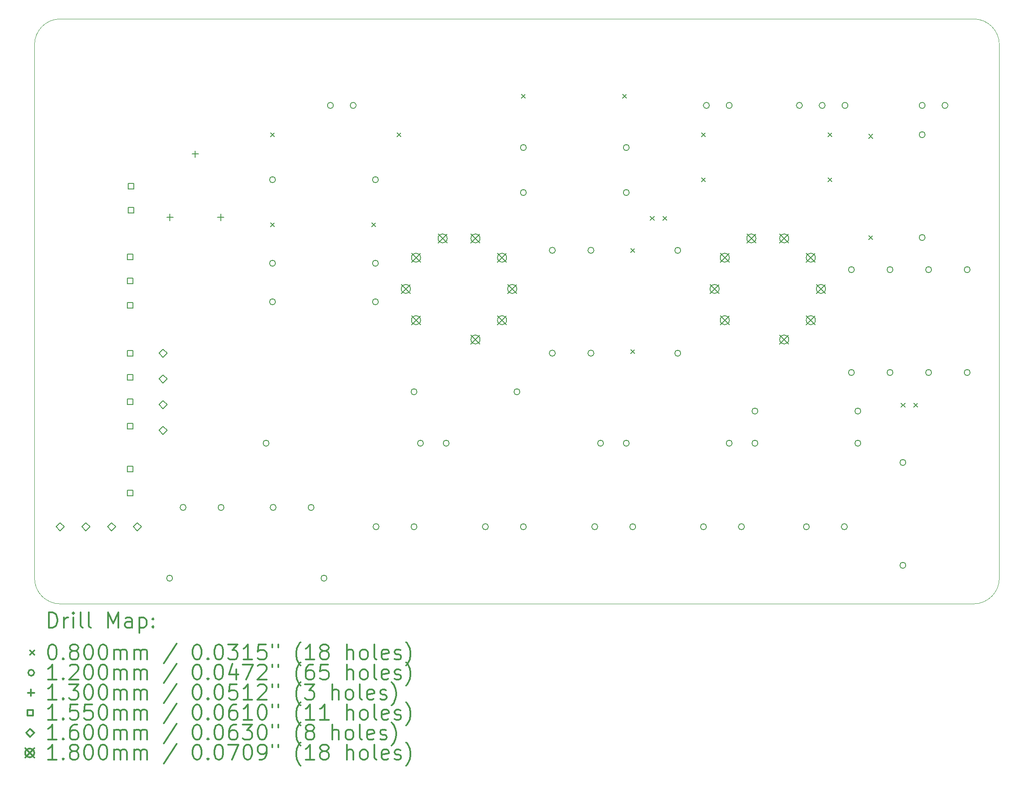
<source format=gbr>
%FSLAX45Y45*%
G04 Gerber Fmt 4.5, Leading zero omitted, Abs format (unit mm)*
G04 Created by KiCad (PCBNEW 5.1.10-88a1d61d58~90~ubuntu20.04.1) date 2021-08-18 14:00:24*
%MOMM*%
%LPD*%
G01*
G04 APERTURE LIST*
%TA.AperFunction,Profile*%
%ADD10C,0.100000*%
%TD*%
%ADD11C,0.200000*%
%ADD12C,0.300000*%
G04 APERTURE END LIST*
D10*
X18034000Y-13589000D02*
G75*
G02*
X17526000Y-14097000I-508000J0D01*
G01*
X17526000Y-2540000D02*
G75*
G02*
X18034000Y-3048000I0J-508000D01*
G01*
X-508000Y-14097000D02*
G75*
G02*
X-1016000Y-13589000I0J508000D01*
G01*
X-1016000Y-3048000D02*
G75*
G02*
X-508000Y-2540000I508000J0D01*
G01*
X18034000Y-3048000D02*
X18034000Y-3048000D01*
X-508000Y-2540000D02*
X17526000Y-2540000D01*
X-1016000Y-3048000D02*
X-1016000Y-3048000D01*
X-1016000Y-13589000D02*
X-1016000Y-3048000D01*
X17526000Y-14097000D02*
X-508000Y-14097000D01*
X18034000Y-3048000D02*
X18034000Y-13589000D01*
D11*
X3643000Y-4786000D02*
X3723000Y-4866000D01*
X3723000Y-4786000D02*
X3643000Y-4866000D01*
X3643000Y-6564000D02*
X3723000Y-6644000D01*
X3723000Y-6564000D02*
X3643000Y-6644000D01*
X5643000Y-6564000D02*
X5723000Y-6644000D01*
X5723000Y-6564000D02*
X5643000Y-6644000D01*
X6143000Y-4786000D02*
X6223000Y-4866000D01*
X6223000Y-4786000D02*
X6143000Y-4866000D01*
X8596000Y-4024000D02*
X8676000Y-4104000D01*
X8676000Y-4024000D02*
X8596000Y-4104000D01*
X10596000Y-4024000D02*
X10676000Y-4104000D01*
X10676000Y-4024000D02*
X10596000Y-4104000D01*
X10755000Y-7072000D02*
X10835000Y-7152000D01*
X10835000Y-7072000D02*
X10755000Y-7152000D01*
X10755000Y-9072000D02*
X10835000Y-9152000D01*
X10835000Y-9072000D02*
X10755000Y-9152000D01*
X11140000Y-6437000D02*
X11220000Y-6517000D01*
X11220000Y-6437000D02*
X11140000Y-6517000D01*
X11390000Y-6437000D02*
X11470000Y-6517000D01*
X11470000Y-6437000D02*
X11390000Y-6517000D01*
X12152000Y-4786000D02*
X12232000Y-4866000D01*
X12232000Y-4786000D02*
X12152000Y-4866000D01*
X12152000Y-5675000D02*
X12232000Y-5755000D01*
X12232000Y-5675000D02*
X12152000Y-5755000D01*
X14652000Y-4786000D02*
X14732000Y-4866000D01*
X14732000Y-4786000D02*
X14652000Y-4866000D01*
X14652000Y-5675000D02*
X14732000Y-5755000D01*
X14732000Y-5675000D02*
X14652000Y-5755000D01*
X15454000Y-4818000D02*
X15534000Y-4898000D01*
X15534000Y-4818000D02*
X15454000Y-4898000D01*
X15454000Y-6818000D02*
X15534000Y-6898000D01*
X15534000Y-6818000D02*
X15454000Y-6898000D01*
X16093000Y-10132700D02*
X16173000Y-10212700D01*
X16173000Y-10132700D02*
X16093000Y-10212700D01*
X16343000Y-10132700D02*
X16423000Y-10212700D01*
X16423000Y-10132700D02*
X16343000Y-10212700D01*
X1711000Y-13589000D02*
G75*
G03*
X1711000Y-13589000I-60000J0D01*
G01*
X1977000Y-12192000D02*
G75*
G03*
X1977000Y-12192000I-60000J0D01*
G01*
X2727000Y-12192000D02*
G75*
G03*
X2727000Y-12192000I-60000J0D01*
G01*
X3616000Y-10922000D02*
G75*
G03*
X3616000Y-10922000I-60000J0D01*
G01*
X3743000Y-5715000D02*
G75*
G03*
X3743000Y-5715000I-60000J0D01*
G01*
X3743000Y-7366000D02*
G75*
G03*
X3743000Y-7366000I-60000J0D01*
G01*
X3743000Y-8128000D02*
G75*
G03*
X3743000Y-8128000I-60000J0D01*
G01*
X3755000Y-12192000D02*
G75*
G03*
X3755000Y-12192000I-60000J0D01*
G01*
X4505000Y-12192000D02*
G75*
G03*
X4505000Y-12192000I-60000J0D01*
G01*
X4759000Y-13589000D02*
G75*
G03*
X4759000Y-13589000I-60000J0D01*
G01*
X4886000Y-4248000D02*
G75*
G03*
X4886000Y-4248000I-60000J0D01*
G01*
X5336000Y-4248000D02*
G75*
G03*
X5336000Y-4248000I-60000J0D01*
G01*
X5775000Y-5715000D02*
G75*
G03*
X5775000Y-5715000I-60000J0D01*
G01*
X5775000Y-7366000D02*
G75*
G03*
X5775000Y-7366000I-60000J0D01*
G01*
X5775000Y-8128000D02*
G75*
G03*
X5775000Y-8128000I-60000J0D01*
G01*
X5787000Y-12573000D02*
G75*
G03*
X5787000Y-12573000I-60000J0D01*
G01*
X6537000Y-9906000D02*
G75*
G03*
X6537000Y-9906000I-60000J0D01*
G01*
X6537000Y-12573000D02*
G75*
G03*
X6537000Y-12573000I-60000J0D01*
G01*
X6664000Y-10922000D02*
G75*
G03*
X6664000Y-10922000I-60000J0D01*
G01*
X7172000Y-10922000D02*
G75*
G03*
X7172000Y-10922000I-60000J0D01*
G01*
X7946000Y-12573000D02*
G75*
G03*
X7946000Y-12573000I-60000J0D01*
G01*
X8569000Y-9906000D02*
G75*
G03*
X8569000Y-9906000I-60000J0D01*
G01*
X8696000Y-5080000D02*
G75*
G03*
X8696000Y-5080000I-60000J0D01*
G01*
X8696000Y-5969000D02*
G75*
G03*
X8696000Y-5969000I-60000J0D01*
G01*
X8696000Y-12573000D02*
G75*
G03*
X8696000Y-12573000I-60000J0D01*
G01*
X9267500Y-7112000D02*
G75*
G03*
X9267500Y-7112000I-60000J0D01*
G01*
X9267500Y-9144000D02*
G75*
G03*
X9267500Y-9144000I-60000J0D01*
G01*
X10029500Y-7112000D02*
G75*
G03*
X10029500Y-7112000I-60000J0D01*
G01*
X10029500Y-9144000D02*
G75*
G03*
X10029500Y-9144000I-60000J0D01*
G01*
X10105000Y-12573000D02*
G75*
G03*
X10105000Y-12573000I-60000J0D01*
G01*
X10220000Y-10922000D02*
G75*
G03*
X10220000Y-10922000I-60000J0D01*
G01*
X10728000Y-5080000D02*
G75*
G03*
X10728000Y-5080000I-60000J0D01*
G01*
X10728000Y-5969000D02*
G75*
G03*
X10728000Y-5969000I-60000J0D01*
G01*
X10728000Y-10922000D02*
G75*
G03*
X10728000Y-10922000I-60000J0D01*
G01*
X10855000Y-12573000D02*
G75*
G03*
X10855000Y-12573000I-60000J0D01*
G01*
X11744000Y-7112000D02*
G75*
G03*
X11744000Y-7112000I-60000J0D01*
G01*
X11744000Y-9144000D02*
G75*
G03*
X11744000Y-9144000I-60000J0D01*
G01*
X12252000Y-12573000D02*
G75*
G03*
X12252000Y-12573000I-60000J0D01*
G01*
X12310000Y-4248000D02*
G75*
G03*
X12310000Y-4248000I-60000J0D01*
G01*
X12760000Y-4248000D02*
G75*
G03*
X12760000Y-4248000I-60000J0D01*
G01*
X12760000Y-10922000D02*
G75*
G03*
X12760000Y-10922000I-60000J0D01*
G01*
X13002000Y-12573000D02*
G75*
G03*
X13002000Y-12573000I-60000J0D01*
G01*
X13268000Y-10287000D02*
G75*
G03*
X13268000Y-10287000I-60000J0D01*
G01*
X13268000Y-10922000D02*
G75*
G03*
X13268000Y-10922000I-60000J0D01*
G01*
X14146000Y-4248000D02*
G75*
G03*
X14146000Y-4248000I-60000J0D01*
G01*
X14284000Y-12573000D02*
G75*
G03*
X14284000Y-12573000I-60000J0D01*
G01*
X14596000Y-4248000D02*
G75*
G03*
X14596000Y-4248000I-60000J0D01*
G01*
X15034000Y-12573000D02*
G75*
G03*
X15034000Y-12573000I-60000J0D01*
G01*
X15046000Y-4248000D02*
G75*
G03*
X15046000Y-4248000I-60000J0D01*
G01*
X15173000Y-7493000D02*
G75*
G03*
X15173000Y-7493000I-60000J0D01*
G01*
X15173000Y-9525000D02*
G75*
G03*
X15173000Y-9525000I-60000J0D01*
G01*
X15300000Y-10287000D02*
G75*
G03*
X15300000Y-10287000I-60000J0D01*
G01*
X15300000Y-10922000D02*
G75*
G03*
X15300000Y-10922000I-60000J0D01*
G01*
X15935000Y-7493000D02*
G75*
G03*
X15935000Y-7493000I-60000J0D01*
G01*
X15935000Y-9525000D02*
G75*
G03*
X15935000Y-9525000I-60000J0D01*
G01*
X16189000Y-11303000D02*
G75*
G03*
X16189000Y-11303000I-60000J0D01*
G01*
X16189000Y-13335000D02*
G75*
G03*
X16189000Y-13335000I-60000J0D01*
G01*
X16570000Y-4248000D02*
G75*
G03*
X16570000Y-4248000I-60000J0D01*
G01*
X16570000Y-4826000D02*
G75*
G03*
X16570000Y-4826000I-60000J0D01*
G01*
X16570000Y-6858000D02*
G75*
G03*
X16570000Y-6858000I-60000J0D01*
G01*
X16697000Y-7493000D02*
G75*
G03*
X16697000Y-7493000I-60000J0D01*
G01*
X16697000Y-9525000D02*
G75*
G03*
X16697000Y-9525000I-60000J0D01*
G01*
X17020000Y-4248000D02*
G75*
G03*
X17020000Y-4248000I-60000J0D01*
G01*
X17459000Y-7493000D02*
G75*
G03*
X17459000Y-7493000I-60000J0D01*
G01*
X17459000Y-9525000D02*
G75*
G03*
X17459000Y-9525000I-60000J0D01*
G01*
X1659000Y-6392000D02*
X1659000Y-6522000D01*
X1594000Y-6457000D02*
X1724000Y-6457000D01*
X2159000Y-5142000D02*
X2159000Y-5272000D01*
X2094000Y-5207000D02*
X2224000Y-5207000D01*
X2659000Y-6392000D02*
X2659000Y-6522000D01*
X2594000Y-6457000D02*
X2724000Y-6457000D01*
X926801Y-7293801D02*
X926801Y-7184199D01*
X817199Y-7184199D01*
X817199Y-7293801D01*
X926801Y-7293801D01*
X926801Y-7773801D02*
X926801Y-7664199D01*
X817199Y-7664199D01*
X817199Y-7773801D01*
X926801Y-7773801D01*
X926801Y-8253801D02*
X926801Y-8144199D01*
X817199Y-8144199D01*
X817199Y-8253801D01*
X926801Y-8253801D01*
X926801Y-9198801D02*
X926801Y-9089199D01*
X817199Y-9089199D01*
X817199Y-9198801D01*
X926801Y-9198801D01*
X926801Y-9678801D02*
X926801Y-9569199D01*
X817199Y-9569199D01*
X817199Y-9678801D01*
X926801Y-9678801D01*
X926801Y-10158801D02*
X926801Y-10049199D01*
X817199Y-10049199D01*
X817199Y-10158801D01*
X926801Y-10158801D01*
X926801Y-10638801D02*
X926801Y-10529199D01*
X817199Y-10529199D01*
X817199Y-10638801D01*
X926801Y-10638801D01*
X926801Y-11484801D02*
X926801Y-11375199D01*
X817199Y-11375199D01*
X817199Y-11484801D01*
X926801Y-11484801D01*
X926801Y-11964801D02*
X926801Y-11855199D01*
X817199Y-11855199D01*
X817199Y-11964801D01*
X926801Y-11964801D01*
X943801Y-5896801D02*
X943801Y-5787199D01*
X834199Y-5787199D01*
X834199Y-5896801D01*
X943801Y-5896801D01*
X943801Y-6376801D02*
X943801Y-6267199D01*
X834199Y-6267199D01*
X834199Y-6376801D01*
X943801Y-6376801D01*
X-508000Y-12653000D02*
X-428000Y-12573000D01*
X-508000Y-12493000D01*
X-588000Y-12573000D01*
X-508000Y-12653000D01*
X0Y-12653000D02*
X80000Y-12573000D01*
X0Y-12493000D01*
X-80000Y-12573000D01*
X0Y-12653000D01*
X508000Y-12653000D02*
X588000Y-12573000D01*
X508000Y-12493000D01*
X428000Y-12573000D01*
X508000Y-12653000D01*
X1016000Y-12653000D02*
X1096000Y-12573000D01*
X1016000Y-12493000D01*
X936000Y-12573000D01*
X1016000Y-12653000D01*
X1524000Y-9224000D02*
X1604000Y-9144000D01*
X1524000Y-9064000D01*
X1444000Y-9144000D01*
X1524000Y-9224000D01*
X1524000Y-9732000D02*
X1604000Y-9652000D01*
X1524000Y-9572000D01*
X1444000Y-9652000D01*
X1524000Y-9732000D01*
X1524000Y-10240000D02*
X1604000Y-10160000D01*
X1524000Y-10080000D01*
X1444000Y-10160000D01*
X1524000Y-10240000D01*
X1524000Y-10748000D02*
X1604000Y-10668000D01*
X1524000Y-10588000D01*
X1444000Y-10668000D01*
X1524000Y-10748000D01*
X6226000Y-7784000D02*
X6406000Y-7964000D01*
X6406000Y-7784000D02*
X6226000Y-7964000D01*
X6406000Y-7874000D02*
G75*
G03*
X6406000Y-7874000I-90000J0D01*
G01*
X6426532Y-7166825D02*
X6606532Y-7346825D01*
X6606532Y-7166825D02*
X6426532Y-7346825D01*
X6606532Y-7256825D02*
G75*
G03*
X6606532Y-7256825I-90000J0D01*
G01*
X6426532Y-8401175D02*
X6606532Y-8581175D01*
X6606532Y-8401175D02*
X6426532Y-8581175D01*
X6606532Y-8491175D02*
G75*
G03*
X6606532Y-8491175I-90000J0D01*
G01*
X6951532Y-6785391D02*
X7131532Y-6965391D01*
X7131532Y-6785391D02*
X6951532Y-6965391D01*
X7131532Y-6875391D02*
G75*
G03*
X7131532Y-6875391I-90000J0D01*
G01*
X7600468Y-6785391D02*
X7780468Y-6965391D01*
X7780468Y-6785391D02*
X7600468Y-6965391D01*
X7780468Y-6875391D02*
G75*
G03*
X7780468Y-6875391I-90000J0D01*
G01*
X7600468Y-8782609D02*
X7780468Y-8962609D01*
X7780468Y-8782609D02*
X7600468Y-8962609D01*
X7780468Y-8872609D02*
G75*
G03*
X7780468Y-8872609I-90000J0D01*
G01*
X8125468Y-7166825D02*
X8305468Y-7346825D01*
X8305468Y-7166825D02*
X8125468Y-7346825D01*
X8305468Y-7256825D02*
G75*
G03*
X8305468Y-7256825I-90000J0D01*
G01*
X8125468Y-8401175D02*
X8305468Y-8581175D01*
X8305468Y-8401175D02*
X8125468Y-8581175D01*
X8305468Y-8491175D02*
G75*
G03*
X8305468Y-8491175I-90000J0D01*
G01*
X8326000Y-7784000D02*
X8506000Y-7964000D01*
X8506000Y-7784000D02*
X8326000Y-7964000D01*
X8506000Y-7874000D02*
G75*
G03*
X8506000Y-7874000I-90000J0D01*
G01*
X12322000Y-7784000D02*
X12502000Y-7964000D01*
X12502000Y-7784000D02*
X12322000Y-7964000D01*
X12502000Y-7874000D02*
G75*
G03*
X12502000Y-7874000I-90000J0D01*
G01*
X12522532Y-7166825D02*
X12702532Y-7346825D01*
X12702532Y-7166825D02*
X12522532Y-7346825D01*
X12702532Y-7256825D02*
G75*
G03*
X12702532Y-7256825I-90000J0D01*
G01*
X12522532Y-8401175D02*
X12702532Y-8581175D01*
X12702532Y-8401175D02*
X12522532Y-8581175D01*
X12702532Y-8491175D02*
G75*
G03*
X12702532Y-8491175I-90000J0D01*
G01*
X13047532Y-6785391D02*
X13227532Y-6965391D01*
X13227532Y-6785391D02*
X13047532Y-6965391D01*
X13227532Y-6875391D02*
G75*
G03*
X13227532Y-6875391I-90000J0D01*
G01*
X13696468Y-6785391D02*
X13876468Y-6965391D01*
X13876468Y-6785391D02*
X13696468Y-6965391D01*
X13876468Y-6875391D02*
G75*
G03*
X13876468Y-6875391I-90000J0D01*
G01*
X13696468Y-8782609D02*
X13876468Y-8962609D01*
X13876468Y-8782609D02*
X13696468Y-8962609D01*
X13876468Y-8872609D02*
G75*
G03*
X13876468Y-8872609I-90000J0D01*
G01*
X14221468Y-7166825D02*
X14401468Y-7346825D01*
X14401468Y-7166825D02*
X14221468Y-7346825D01*
X14401468Y-7256825D02*
G75*
G03*
X14401468Y-7256825I-90000J0D01*
G01*
X14221468Y-8401175D02*
X14401468Y-8581175D01*
X14401468Y-8401175D02*
X14221468Y-8581175D01*
X14401468Y-8491175D02*
G75*
G03*
X14401468Y-8491175I-90000J0D01*
G01*
X14422000Y-7784000D02*
X14602000Y-7964000D01*
X14602000Y-7784000D02*
X14422000Y-7964000D01*
X14602000Y-7874000D02*
G75*
G03*
X14602000Y-7874000I-90000J0D01*
G01*
D12*
X-734571Y-14567714D02*
X-734571Y-14267714D01*
X-663143Y-14267714D01*
X-620286Y-14282000D01*
X-591714Y-14310571D01*
X-577429Y-14339143D01*
X-563143Y-14396286D01*
X-563143Y-14439143D01*
X-577429Y-14496286D01*
X-591714Y-14524857D01*
X-620286Y-14553429D01*
X-663143Y-14567714D01*
X-734571Y-14567714D01*
X-434571Y-14567714D02*
X-434571Y-14367714D01*
X-434571Y-14424857D02*
X-420286Y-14396286D01*
X-406000Y-14382000D01*
X-377429Y-14367714D01*
X-348857Y-14367714D01*
X-248857Y-14567714D02*
X-248857Y-14367714D01*
X-248857Y-14267714D02*
X-263143Y-14282000D01*
X-248857Y-14296286D01*
X-234571Y-14282000D01*
X-248857Y-14267714D01*
X-248857Y-14296286D01*
X-63143Y-14567714D02*
X-91714Y-14553429D01*
X-106000Y-14524857D01*
X-106000Y-14267714D01*
X94000Y-14567714D02*
X65428Y-14553429D01*
X51143Y-14524857D01*
X51143Y-14267714D01*
X436857Y-14567714D02*
X436857Y-14267714D01*
X536857Y-14482000D01*
X636857Y-14267714D01*
X636857Y-14567714D01*
X908286Y-14567714D02*
X908286Y-14410571D01*
X894000Y-14382000D01*
X865428Y-14367714D01*
X808286Y-14367714D01*
X779714Y-14382000D01*
X908286Y-14553429D02*
X879714Y-14567714D01*
X808286Y-14567714D01*
X779714Y-14553429D01*
X765428Y-14524857D01*
X765428Y-14496286D01*
X779714Y-14467714D01*
X808286Y-14453429D01*
X879714Y-14453429D01*
X908286Y-14439143D01*
X1051143Y-14367714D02*
X1051143Y-14667714D01*
X1051143Y-14382000D02*
X1079714Y-14367714D01*
X1136857Y-14367714D01*
X1165428Y-14382000D01*
X1179714Y-14396286D01*
X1194000Y-14424857D01*
X1194000Y-14510571D01*
X1179714Y-14539143D01*
X1165428Y-14553429D01*
X1136857Y-14567714D01*
X1079714Y-14567714D01*
X1051143Y-14553429D01*
X1322571Y-14539143D02*
X1336857Y-14553429D01*
X1322571Y-14567714D01*
X1308286Y-14553429D01*
X1322571Y-14539143D01*
X1322571Y-14567714D01*
X1322571Y-14382000D02*
X1336857Y-14396286D01*
X1322571Y-14410571D01*
X1308286Y-14396286D01*
X1322571Y-14382000D01*
X1322571Y-14410571D01*
X-1101000Y-15022000D02*
X-1021000Y-15102000D01*
X-1021000Y-15022000D02*
X-1101000Y-15102000D01*
X-677429Y-14897714D02*
X-648857Y-14897714D01*
X-620286Y-14912000D01*
X-606000Y-14926286D01*
X-591714Y-14954857D01*
X-577429Y-15012000D01*
X-577429Y-15083429D01*
X-591714Y-15140571D01*
X-606000Y-15169143D01*
X-620286Y-15183429D01*
X-648857Y-15197714D01*
X-677429Y-15197714D01*
X-706000Y-15183429D01*
X-720286Y-15169143D01*
X-734571Y-15140571D01*
X-748857Y-15083429D01*
X-748857Y-15012000D01*
X-734571Y-14954857D01*
X-720286Y-14926286D01*
X-706000Y-14912000D01*
X-677429Y-14897714D01*
X-448857Y-15169143D02*
X-434571Y-15183429D01*
X-448857Y-15197714D01*
X-463143Y-15183429D01*
X-448857Y-15169143D01*
X-448857Y-15197714D01*
X-263143Y-15026286D02*
X-291714Y-15012000D01*
X-306000Y-14997714D01*
X-320286Y-14969143D01*
X-320286Y-14954857D01*
X-306000Y-14926286D01*
X-291714Y-14912000D01*
X-263143Y-14897714D01*
X-206000Y-14897714D01*
X-177429Y-14912000D01*
X-163143Y-14926286D01*
X-148857Y-14954857D01*
X-148857Y-14969143D01*
X-163143Y-14997714D01*
X-177429Y-15012000D01*
X-206000Y-15026286D01*
X-263143Y-15026286D01*
X-291714Y-15040571D01*
X-306000Y-15054857D01*
X-320286Y-15083429D01*
X-320286Y-15140571D01*
X-306000Y-15169143D01*
X-291714Y-15183429D01*
X-263143Y-15197714D01*
X-206000Y-15197714D01*
X-177429Y-15183429D01*
X-163143Y-15169143D01*
X-148857Y-15140571D01*
X-148857Y-15083429D01*
X-163143Y-15054857D01*
X-177429Y-15040571D01*
X-206000Y-15026286D01*
X36857Y-14897714D02*
X65428Y-14897714D01*
X94000Y-14912000D01*
X108286Y-14926286D01*
X122571Y-14954857D01*
X136857Y-15012000D01*
X136857Y-15083429D01*
X122571Y-15140571D01*
X108286Y-15169143D01*
X94000Y-15183429D01*
X65428Y-15197714D01*
X36857Y-15197714D01*
X8286Y-15183429D01*
X-6000Y-15169143D01*
X-20286Y-15140571D01*
X-34572Y-15083429D01*
X-34572Y-15012000D01*
X-20286Y-14954857D01*
X-6000Y-14926286D01*
X8286Y-14912000D01*
X36857Y-14897714D01*
X322571Y-14897714D02*
X351143Y-14897714D01*
X379714Y-14912000D01*
X394000Y-14926286D01*
X408286Y-14954857D01*
X422571Y-15012000D01*
X422571Y-15083429D01*
X408286Y-15140571D01*
X394000Y-15169143D01*
X379714Y-15183429D01*
X351143Y-15197714D01*
X322571Y-15197714D01*
X294000Y-15183429D01*
X279714Y-15169143D01*
X265428Y-15140571D01*
X251143Y-15083429D01*
X251143Y-15012000D01*
X265428Y-14954857D01*
X279714Y-14926286D01*
X294000Y-14912000D01*
X322571Y-14897714D01*
X551143Y-15197714D02*
X551143Y-14997714D01*
X551143Y-15026286D02*
X565428Y-15012000D01*
X594000Y-14997714D01*
X636857Y-14997714D01*
X665428Y-15012000D01*
X679714Y-15040571D01*
X679714Y-15197714D01*
X679714Y-15040571D02*
X694000Y-15012000D01*
X722571Y-14997714D01*
X765428Y-14997714D01*
X794000Y-15012000D01*
X808286Y-15040571D01*
X808286Y-15197714D01*
X951143Y-15197714D02*
X951143Y-14997714D01*
X951143Y-15026286D02*
X965428Y-15012000D01*
X994000Y-14997714D01*
X1036857Y-14997714D01*
X1065428Y-15012000D01*
X1079714Y-15040571D01*
X1079714Y-15197714D01*
X1079714Y-15040571D02*
X1094000Y-15012000D01*
X1122571Y-14997714D01*
X1165428Y-14997714D01*
X1194000Y-15012000D01*
X1208286Y-15040571D01*
X1208286Y-15197714D01*
X1794000Y-14883429D02*
X1536857Y-15269143D01*
X2179714Y-14897714D02*
X2208286Y-14897714D01*
X2236857Y-14912000D01*
X2251143Y-14926286D01*
X2265428Y-14954857D01*
X2279714Y-15012000D01*
X2279714Y-15083429D01*
X2265428Y-15140571D01*
X2251143Y-15169143D01*
X2236857Y-15183429D01*
X2208286Y-15197714D01*
X2179714Y-15197714D01*
X2151143Y-15183429D01*
X2136857Y-15169143D01*
X2122571Y-15140571D01*
X2108286Y-15083429D01*
X2108286Y-15012000D01*
X2122571Y-14954857D01*
X2136857Y-14926286D01*
X2151143Y-14912000D01*
X2179714Y-14897714D01*
X2408286Y-15169143D02*
X2422571Y-15183429D01*
X2408286Y-15197714D01*
X2394000Y-15183429D01*
X2408286Y-15169143D01*
X2408286Y-15197714D01*
X2608286Y-14897714D02*
X2636857Y-14897714D01*
X2665428Y-14912000D01*
X2679714Y-14926286D01*
X2694000Y-14954857D01*
X2708286Y-15012000D01*
X2708286Y-15083429D01*
X2694000Y-15140571D01*
X2679714Y-15169143D01*
X2665428Y-15183429D01*
X2636857Y-15197714D01*
X2608286Y-15197714D01*
X2579714Y-15183429D01*
X2565428Y-15169143D01*
X2551143Y-15140571D01*
X2536857Y-15083429D01*
X2536857Y-15012000D01*
X2551143Y-14954857D01*
X2565428Y-14926286D01*
X2579714Y-14912000D01*
X2608286Y-14897714D01*
X2808286Y-14897714D02*
X2994000Y-14897714D01*
X2894000Y-15012000D01*
X2936857Y-15012000D01*
X2965428Y-15026286D01*
X2979714Y-15040571D01*
X2994000Y-15069143D01*
X2994000Y-15140571D01*
X2979714Y-15169143D01*
X2965428Y-15183429D01*
X2936857Y-15197714D01*
X2851143Y-15197714D01*
X2822571Y-15183429D01*
X2808286Y-15169143D01*
X3279714Y-15197714D02*
X3108286Y-15197714D01*
X3194000Y-15197714D02*
X3194000Y-14897714D01*
X3165428Y-14940571D01*
X3136857Y-14969143D01*
X3108286Y-14983429D01*
X3551143Y-14897714D02*
X3408286Y-14897714D01*
X3394000Y-15040571D01*
X3408286Y-15026286D01*
X3436857Y-15012000D01*
X3508286Y-15012000D01*
X3536857Y-15026286D01*
X3551143Y-15040571D01*
X3565428Y-15069143D01*
X3565428Y-15140571D01*
X3551143Y-15169143D01*
X3536857Y-15183429D01*
X3508286Y-15197714D01*
X3436857Y-15197714D01*
X3408286Y-15183429D01*
X3394000Y-15169143D01*
X3679714Y-14897714D02*
X3679714Y-14954857D01*
X3794000Y-14897714D02*
X3794000Y-14954857D01*
X4236857Y-15312000D02*
X4222571Y-15297714D01*
X4194000Y-15254857D01*
X4179714Y-15226286D01*
X4165428Y-15183429D01*
X4151143Y-15112000D01*
X4151143Y-15054857D01*
X4165428Y-14983429D01*
X4179714Y-14940571D01*
X4194000Y-14912000D01*
X4222571Y-14869143D01*
X4236857Y-14854857D01*
X4508286Y-15197714D02*
X4336857Y-15197714D01*
X4422571Y-15197714D02*
X4422571Y-14897714D01*
X4394000Y-14940571D01*
X4365428Y-14969143D01*
X4336857Y-14983429D01*
X4679714Y-15026286D02*
X4651143Y-15012000D01*
X4636857Y-14997714D01*
X4622571Y-14969143D01*
X4622571Y-14954857D01*
X4636857Y-14926286D01*
X4651143Y-14912000D01*
X4679714Y-14897714D01*
X4736857Y-14897714D01*
X4765428Y-14912000D01*
X4779714Y-14926286D01*
X4794000Y-14954857D01*
X4794000Y-14969143D01*
X4779714Y-14997714D01*
X4765428Y-15012000D01*
X4736857Y-15026286D01*
X4679714Y-15026286D01*
X4651143Y-15040571D01*
X4636857Y-15054857D01*
X4622571Y-15083429D01*
X4622571Y-15140571D01*
X4636857Y-15169143D01*
X4651143Y-15183429D01*
X4679714Y-15197714D01*
X4736857Y-15197714D01*
X4765428Y-15183429D01*
X4779714Y-15169143D01*
X4794000Y-15140571D01*
X4794000Y-15083429D01*
X4779714Y-15054857D01*
X4765428Y-15040571D01*
X4736857Y-15026286D01*
X5151143Y-15197714D02*
X5151143Y-14897714D01*
X5279714Y-15197714D02*
X5279714Y-15040571D01*
X5265428Y-15012000D01*
X5236857Y-14997714D01*
X5194000Y-14997714D01*
X5165428Y-15012000D01*
X5151143Y-15026286D01*
X5465428Y-15197714D02*
X5436857Y-15183429D01*
X5422571Y-15169143D01*
X5408286Y-15140571D01*
X5408286Y-15054857D01*
X5422571Y-15026286D01*
X5436857Y-15012000D01*
X5465428Y-14997714D01*
X5508286Y-14997714D01*
X5536857Y-15012000D01*
X5551143Y-15026286D01*
X5565428Y-15054857D01*
X5565428Y-15140571D01*
X5551143Y-15169143D01*
X5536857Y-15183429D01*
X5508286Y-15197714D01*
X5465428Y-15197714D01*
X5736857Y-15197714D02*
X5708286Y-15183429D01*
X5694000Y-15154857D01*
X5694000Y-14897714D01*
X5965428Y-15183429D02*
X5936857Y-15197714D01*
X5879714Y-15197714D01*
X5851143Y-15183429D01*
X5836857Y-15154857D01*
X5836857Y-15040571D01*
X5851143Y-15012000D01*
X5879714Y-14997714D01*
X5936857Y-14997714D01*
X5965428Y-15012000D01*
X5979714Y-15040571D01*
X5979714Y-15069143D01*
X5836857Y-15097714D01*
X6094000Y-15183429D02*
X6122571Y-15197714D01*
X6179714Y-15197714D01*
X6208286Y-15183429D01*
X6222571Y-15154857D01*
X6222571Y-15140571D01*
X6208286Y-15112000D01*
X6179714Y-15097714D01*
X6136857Y-15097714D01*
X6108286Y-15083429D01*
X6094000Y-15054857D01*
X6094000Y-15040571D01*
X6108286Y-15012000D01*
X6136857Y-14997714D01*
X6179714Y-14997714D01*
X6208286Y-15012000D01*
X6322571Y-15312000D02*
X6336857Y-15297714D01*
X6365428Y-15254857D01*
X6379714Y-15226286D01*
X6394000Y-15183429D01*
X6408286Y-15112000D01*
X6408286Y-15054857D01*
X6394000Y-14983429D01*
X6379714Y-14940571D01*
X6365428Y-14912000D01*
X6336857Y-14869143D01*
X6322571Y-14854857D01*
X-1021000Y-15458000D02*
G75*
G03*
X-1021000Y-15458000I-60000J0D01*
G01*
X-577429Y-15593714D02*
X-748857Y-15593714D01*
X-663143Y-15593714D02*
X-663143Y-15293714D01*
X-691714Y-15336571D01*
X-720286Y-15365143D01*
X-748857Y-15379429D01*
X-448857Y-15565143D02*
X-434571Y-15579429D01*
X-448857Y-15593714D01*
X-463143Y-15579429D01*
X-448857Y-15565143D01*
X-448857Y-15593714D01*
X-320286Y-15322286D02*
X-306000Y-15308000D01*
X-277429Y-15293714D01*
X-206000Y-15293714D01*
X-177429Y-15308000D01*
X-163143Y-15322286D01*
X-148857Y-15350857D01*
X-148857Y-15379429D01*
X-163143Y-15422286D01*
X-334572Y-15593714D01*
X-148857Y-15593714D01*
X36857Y-15293714D02*
X65428Y-15293714D01*
X94000Y-15308000D01*
X108286Y-15322286D01*
X122571Y-15350857D01*
X136857Y-15408000D01*
X136857Y-15479429D01*
X122571Y-15536571D01*
X108286Y-15565143D01*
X94000Y-15579429D01*
X65428Y-15593714D01*
X36857Y-15593714D01*
X8286Y-15579429D01*
X-6000Y-15565143D01*
X-20286Y-15536571D01*
X-34572Y-15479429D01*
X-34572Y-15408000D01*
X-20286Y-15350857D01*
X-6000Y-15322286D01*
X8286Y-15308000D01*
X36857Y-15293714D01*
X322571Y-15293714D02*
X351143Y-15293714D01*
X379714Y-15308000D01*
X394000Y-15322286D01*
X408286Y-15350857D01*
X422571Y-15408000D01*
X422571Y-15479429D01*
X408286Y-15536571D01*
X394000Y-15565143D01*
X379714Y-15579429D01*
X351143Y-15593714D01*
X322571Y-15593714D01*
X294000Y-15579429D01*
X279714Y-15565143D01*
X265428Y-15536571D01*
X251143Y-15479429D01*
X251143Y-15408000D01*
X265428Y-15350857D01*
X279714Y-15322286D01*
X294000Y-15308000D01*
X322571Y-15293714D01*
X551143Y-15593714D02*
X551143Y-15393714D01*
X551143Y-15422286D02*
X565428Y-15408000D01*
X594000Y-15393714D01*
X636857Y-15393714D01*
X665428Y-15408000D01*
X679714Y-15436571D01*
X679714Y-15593714D01*
X679714Y-15436571D02*
X694000Y-15408000D01*
X722571Y-15393714D01*
X765428Y-15393714D01*
X794000Y-15408000D01*
X808286Y-15436571D01*
X808286Y-15593714D01*
X951143Y-15593714D02*
X951143Y-15393714D01*
X951143Y-15422286D02*
X965428Y-15408000D01*
X994000Y-15393714D01*
X1036857Y-15393714D01*
X1065428Y-15408000D01*
X1079714Y-15436571D01*
X1079714Y-15593714D01*
X1079714Y-15436571D02*
X1094000Y-15408000D01*
X1122571Y-15393714D01*
X1165428Y-15393714D01*
X1194000Y-15408000D01*
X1208286Y-15436571D01*
X1208286Y-15593714D01*
X1794000Y-15279429D02*
X1536857Y-15665143D01*
X2179714Y-15293714D02*
X2208286Y-15293714D01*
X2236857Y-15308000D01*
X2251143Y-15322286D01*
X2265428Y-15350857D01*
X2279714Y-15408000D01*
X2279714Y-15479429D01*
X2265428Y-15536571D01*
X2251143Y-15565143D01*
X2236857Y-15579429D01*
X2208286Y-15593714D01*
X2179714Y-15593714D01*
X2151143Y-15579429D01*
X2136857Y-15565143D01*
X2122571Y-15536571D01*
X2108286Y-15479429D01*
X2108286Y-15408000D01*
X2122571Y-15350857D01*
X2136857Y-15322286D01*
X2151143Y-15308000D01*
X2179714Y-15293714D01*
X2408286Y-15565143D02*
X2422571Y-15579429D01*
X2408286Y-15593714D01*
X2394000Y-15579429D01*
X2408286Y-15565143D01*
X2408286Y-15593714D01*
X2608286Y-15293714D02*
X2636857Y-15293714D01*
X2665428Y-15308000D01*
X2679714Y-15322286D01*
X2694000Y-15350857D01*
X2708286Y-15408000D01*
X2708286Y-15479429D01*
X2694000Y-15536571D01*
X2679714Y-15565143D01*
X2665428Y-15579429D01*
X2636857Y-15593714D01*
X2608286Y-15593714D01*
X2579714Y-15579429D01*
X2565428Y-15565143D01*
X2551143Y-15536571D01*
X2536857Y-15479429D01*
X2536857Y-15408000D01*
X2551143Y-15350857D01*
X2565428Y-15322286D01*
X2579714Y-15308000D01*
X2608286Y-15293714D01*
X2965428Y-15393714D02*
X2965428Y-15593714D01*
X2894000Y-15279429D02*
X2822571Y-15493714D01*
X3008286Y-15493714D01*
X3094000Y-15293714D02*
X3294000Y-15293714D01*
X3165428Y-15593714D01*
X3394000Y-15322286D02*
X3408286Y-15308000D01*
X3436857Y-15293714D01*
X3508286Y-15293714D01*
X3536857Y-15308000D01*
X3551143Y-15322286D01*
X3565428Y-15350857D01*
X3565428Y-15379429D01*
X3551143Y-15422286D01*
X3379714Y-15593714D01*
X3565428Y-15593714D01*
X3679714Y-15293714D02*
X3679714Y-15350857D01*
X3794000Y-15293714D02*
X3794000Y-15350857D01*
X4236857Y-15708000D02*
X4222571Y-15693714D01*
X4194000Y-15650857D01*
X4179714Y-15622286D01*
X4165428Y-15579429D01*
X4151143Y-15508000D01*
X4151143Y-15450857D01*
X4165428Y-15379429D01*
X4179714Y-15336571D01*
X4194000Y-15308000D01*
X4222571Y-15265143D01*
X4236857Y-15250857D01*
X4479714Y-15293714D02*
X4422571Y-15293714D01*
X4394000Y-15308000D01*
X4379714Y-15322286D01*
X4351143Y-15365143D01*
X4336857Y-15422286D01*
X4336857Y-15536571D01*
X4351143Y-15565143D01*
X4365428Y-15579429D01*
X4394000Y-15593714D01*
X4451143Y-15593714D01*
X4479714Y-15579429D01*
X4494000Y-15565143D01*
X4508286Y-15536571D01*
X4508286Y-15465143D01*
X4494000Y-15436571D01*
X4479714Y-15422286D01*
X4451143Y-15408000D01*
X4394000Y-15408000D01*
X4365428Y-15422286D01*
X4351143Y-15436571D01*
X4336857Y-15465143D01*
X4779714Y-15293714D02*
X4636857Y-15293714D01*
X4622571Y-15436571D01*
X4636857Y-15422286D01*
X4665428Y-15408000D01*
X4736857Y-15408000D01*
X4765428Y-15422286D01*
X4779714Y-15436571D01*
X4794000Y-15465143D01*
X4794000Y-15536571D01*
X4779714Y-15565143D01*
X4765428Y-15579429D01*
X4736857Y-15593714D01*
X4665428Y-15593714D01*
X4636857Y-15579429D01*
X4622571Y-15565143D01*
X5151143Y-15593714D02*
X5151143Y-15293714D01*
X5279714Y-15593714D02*
X5279714Y-15436571D01*
X5265428Y-15408000D01*
X5236857Y-15393714D01*
X5194000Y-15393714D01*
X5165428Y-15408000D01*
X5151143Y-15422286D01*
X5465428Y-15593714D02*
X5436857Y-15579429D01*
X5422571Y-15565143D01*
X5408286Y-15536571D01*
X5408286Y-15450857D01*
X5422571Y-15422286D01*
X5436857Y-15408000D01*
X5465428Y-15393714D01*
X5508286Y-15393714D01*
X5536857Y-15408000D01*
X5551143Y-15422286D01*
X5565428Y-15450857D01*
X5565428Y-15536571D01*
X5551143Y-15565143D01*
X5536857Y-15579429D01*
X5508286Y-15593714D01*
X5465428Y-15593714D01*
X5736857Y-15593714D02*
X5708286Y-15579429D01*
X5694000Y-15550857D01*
X5694000Y-15293714D01*
X5965428Y-15579429D02*
X5936857Y-15593714D01*
X5879714Y-15593714D01*
X5851143Y-15579429D01*
X5836857Y-15550857D01*
X5836857Y-15436571D01*
X5851143Y-15408000D01*
X5879714Y-15393714D01*
X5936857Y-15393714D01*
X5965428Y-15408000D01*
X5979714Y-15436571D01*
X5979714Y-15465143D01*
X5836857Y-15493714D01*
X6094000Y-15579429D02*
X6122571Y-15593714D01*
X6179714Y-15593714D01*
X6208286Y-15579429D01*
X6222571Y-15550857D01*
X6222571Y-15536571D01*
X6208286Y-15508000D01*
X6179714Y-15493714D01*
X6136857Y-15493714D01*
X6108286Y-15479429D01*
X6094000Y-15450857D01*
X6094000Y-15436571D01*
X6108286Y-15408000D01*
X6136857Y-15393714D01*
X6179714Y-15393714D01*
X6208286Y-15408000D01*
X6322571Y-15708000D02*
X6336857Y-15693714D01*
X6365428Y-15650857D01*
X6379714Y-15622286D01*
X6394000Y-15579429D01*
X6408286Y-15508000D01*
X6408286Y-15450857D01*
X6394000Y-15379429D01*
X6379714Y-15336571D01*
X6365428Y-15308000D01*
X6336857Y-15265143D01*
X6322571Y-15250857D01*
X-1086000Y-15789000D02*
X-1086000Y-15919000D01*
X-1151000Y-15854000D02*
X-1021000Y-15854000D01*
X-577429Y-15989714D02*
X-748857Y-15989714D01*
X-663143Y-15989714D02*
X-663143Y-15689714D01*
X-691714Y-15732571D01*
X-720286Y-15761143D01*
X-748857Y-15775429D01*
X-448857Y-15961143D02*
X-434571Y-15975429D01*
X-448857Y-15989714D01*
X-463143Y-15975429D01*
X-448857Y-15961143D01*
X-448857Y-15989714D01*
X-334572Y-15689714D02*
X-148857Y-15689714D01*
X-248857Y-15804000D01*
X-206000Y-15804000D01*
X-177429Y-15818286D01*
X-163143Y-15832571D01*
X-148857Y-15861143D01*
X-148857Y-15932571D01*
X-163143Y-15961143D01*
X-177429Y-15975429D01*
X-206000Y-15989714D01*
X-291714Y-15989714D01*
X-320286Y-15975429D01*
X-334572Y-15961143D01*
X36857Y-15689714D02*
X65428Y-15689714D01*
X94000Y-15704000D01*
X108286Y-15718286D01*
X122571Y-15746857D01*
X136857Y-15804000D01*
X136857Y-15875429D01*
X122571Y-15932571D01*
X108286Y-15961143D01*
X94000Y-15975429D01*
X65428Y-15989714D01*
X36857Y-15989714D01*
X8286Y-15975429D01*
X-6000Y-15961143D01*
X-20286Y-15932571D01*
X-34572Y-15875429D01*
X-34572Y-15804000D01*
X-20286Y-15746857D01*
X-6000Y-15718286D01*
X8286Y-15704000D01*
X36857Y-15689714D01*
X322571Y-15689714D02*
X351143Y-15689714D01*
X379714Y-15704000D01*
X394000Y-15718286D01*
X408286Y-15746857D01*
X422571Y-15804000D01*
X422571Y-15875429D01*
X408286Y-15932571D01*
X394000Y-15961143D01*
X379714Y-15975429D01*
X351143Y-15989714D01*
X322571Y-15989714D01*
X294000Y-15975429D01*
X279714Y-15961143D01*
X265428Y-15932571D01*
X251143Y-15875429D01*
X251143Y-15804000D01*
X265428Y-15746857D01*
X279714Y-15718286D01*
X294000Y-15704000D01*
X322571Y-15689714D01*
X551143Y-15989714D02*
X551143Y-15789714D01*
X551143Y-15818286D02*
X565428Y-15804000D01*
X594000Y-15789714D01*
X636857Y-15789714D01*
X665428Y-15804000D01*
X679714Y-15832571D01*
X679714Y-15989714D01*
X679714Y-15832571D02*
X694000Y-15804000D01*
X722571Y-15789714D01*
X765428Y-15789714D01*
X794000Y-15804000D01*
X808286Y-15832571D01*
X808286Y-15989714D01*
X951143Y-15989714D02*
X951143Y-15789714D01*
X951143Y-15818286D02*
X965428Y-15804000D01*
X994000Y-15789714D01*
X1036857Y-15789714D01*
X1065428Y-15804000D01*
X1079714Y-15832571D01*
X1079714Y-15989714D01*
X1079714Y-15832571D02*
X1094000Y-15804000D01*
X1122571Y-15789714D01*
X1165428Y-15789714D01*
X1194000Y-15804000D01*
X1208286Y-15832571D01*
X1208286Y-15989714D01*
X1794000Y-15675429D02*
X1536857Y-16061143D01*
X2179714Y-15689714D02*
X2208286Y-15689714D01*
X2236857Y-15704000D01*
X2251143Y-15718286D01*
X2265428Y-15746857D01*
X2279714Y-15804000D01*
X2279714Y-15875429D01*
X2265428Y-15932571D01*
X2251143Y-15961143D01*
X2236857Y-15975429D01*
X2208286Y-15989714D01*
X2179714Y-15989714D01*
X2151143Y-15975429D01*
X2136857Y-15961143D01*
X2122571Y-15932571D01*
X2108286Y-15875429D01*
X2108286Y-15804000D01*
X2122571Y-15746857D01*
X2136857Y-15718286D01*
X2151143Y-15704000D01*
X2179714Y-15689714D01*
X2408286Y-15961143D02*
X2422571Y-15975429D01*
X2408286Y-15989714D01*
X2394000Y-15975429D01*
X2408286Y-15961143D01*
X2408286Y-15989714D01*
X2608286Y-15689714D02*
X2636857Y-15689714D01*
X2665428Y-15704000D01*
X2679714Y-15718286D01*
X2694000Y-15746857D01*
X2708286Y-15804000D01*
X2708286Y-15875429D01*
X2694000Y-15932571D01*
X2679714Y-15961143D01*
X2665428Y-15975429D01*
X2636857Y-15989714D01*
X2608286Y-15989714D01*
X2579714Y-15975429D01*
X2565428Y-15961143D01*
X2551143Y-15932571D01*
X2536857Y-15875429D01*
X2536857Y-15804000D01*
X2551143Y-15746857D01*
X2565428Y-15718286D01*
X2579714Y-15704000D01*
X2608286Y-15689714D01*
X2979714Y-15689714D02*
X2836857Y-15689714D01*
X2822571Y-15832571D01*
X2836857Y-15818286D01*
X2865428Y-15804000D01*
X2936857Y-15804000D01*
X2965428Y-15818286D01*
X2979714Y-15832571D01*
X2994000Y-15861143D01*
X2994000Y-15932571D01*
X2979714Y-15961143D01*
X2965428Y-15975429D01*
X2936857Y-15989714D01*
X2865428Y-15989714D01*
X2836857Y-15975429D01*
X2822571Y-15961143D01*
X3279714Y-15989714D02*
X3108286Y-15989714D01*
X3194000Y-15989714D02*
X3194000Y-15689714D01*
X3165428Y-15732571D01*
X3136857Y-15761143D01*
X3108286Y-15775429D01*
X3394000Y-15718286D02*
X3408286Y-15704000D01*
X3436857Y-15689714D01*
X3508286Y-15689714D01*
X3536857Y-15704000D01*
X3551143Y-15718286D01*
X3565428Y-15746857D01*
X3565428Y-15775429D01*
X3551143Y-15818286D01*
X3379714Y-15989714D01*
X3565428Y-15989714D01*
X3679714Y-15689714D02*
X3679714Y-15746857D01*
X3794000Y-15689714D02*
X3794000Y-15746857D01*
X4236857Y-16104000D02*
X4222571Y-16089714D01*
X4194000Y-16046857D01*
X4179714Y-16018286D01*
X4165428Y-15975429D01*
X4151143Y-15904000D01*
X4151143Y-15846857D01*
X4165428Y-15775429D01*
X4179714Y-15732571D01*
X4194000Y-15704000D01*
X4222571Y-15661143D01*
X4236857Y-15646857D01*
X4322571Y-15689714D02*
X4508286Y-15689714D01*
X4408286Y-15804000D01*
X4451143Y-15804000D01*
X4479714Y-15818286D01*
X4494000Y-15832571D01*
X4508286Y-15861143D01*
X4508286Y-15932571D01*
X4494000Y-15961143D01*
X4479714Y-15975429D01*
X4451143Y-15989714D01*
X4365428Y-15989714D01*
X4336857Y-15975429D01*
X4322571Y-15961143D01*
X4865428Y-15989714D02*
X4865428Y-15689714D01*
X4994000Y-15989714D02*
X4994000Y-15832571D01*
X4979714Y-15804000D01*
X4951143Y-15789714D01*
X4908286Y-15789714D01*
X4879714Y-15804000D01*
X4865428Y-15818286D01*
X5179714Y-15989714D02*
X5151143Y-15975429D01*
X5136857Y-15961143D01*
X5122571Y-15932571D01*
X5122571Y-15846857D01*
X5136857Y-15818286D01*
X5151143Y-15804000D01*
X5179714Y-15789714D01*
X5222571Y-15789714D01*
X5251143Y-15804000D01*
X5265428Y-15818286D01*
X5279714Y-15846857D01*
X5279714Y-15932571D01*
X5265428Y-15961143D01*
X5251143Y-15975429D01*
X5222571Y-15989714D01*
X5179714Y-15989714D01*
X5451143Y-15989714D02*
X5422571Y-15975429D01*
X5408286Y-15946857D01*
X5408286Y-15689714D01*
X5679714Y-15975429D02*
X5651143Y-15989714D01*
X5594000Y-15989714D01*
X5565428Y-15975429D01*
X5551143Y-15946857D01*
X5551143Y-15832571D01*
X5565428Y-15804000D01*
X5594000Y-15789714D01*
X5651143Y-15789714D01*
X5679714Y-15804000D01*
X5694000Y-15832571D01*
X5694000Y-15861143D01*
X5551143Y-15889714D01*
X5808286Y-15975429D02*
X5836857Y-15989714D01*
X5894000Y-15989714D01*
X5922571Y-15975429D01*
X5936857Y-15946857D01*
X5936857Y-15932571D01*
X5922571Y-15904000D01*
X5894000Y-15889714D01*
X5851143Y-15889714D01*
X5822571Y-15875429D01*
X5808286Y-15846857D01*
X5808286Y-15832571D01*
X5822571Y-15804000D01*
X5851143Y-15789714D01*
X5894000Y-15789714D01*
X5922571Y-15804000D01*
X6036857Y-16104000D02*
X6051143Y-16089714D01*
X6079714Y-16046857D01*
X6094000Y-16018286D01*
X6108286Y-15975429D01*
X6122571Y-15904000D01*
X6122571Y-15846857D01*
X6108286Y-15775429D01*
X6094000Y-15732571D01*
X6079714Y-15704000D01*
X6051143Y-15661143D01*
X6036857Y-15646857D01*
X-1043699Y-16304801D02*
X-1043699Y-16195199D01*
X-1153301Y-16195199D01*
X-1153301Y-16304801D01*
X-1043699Y-16304801D01*
X-577429Y-16385714D02*
X-748857Y-16385714D01*
X-663143Y-16385714D02*
X-663143Y-16085714D01*
X-691714Y-16128571D01*
X-720286Y-16157143D01*
X-748857Y-16171429D01*
X-448857Y-16357143D02*
X-434571Y-16371429D01*
X-448857Y-16385714D01*
X-463143Y-16371429D01*
X-448857Y-16357143D01*
X-448857Y-16385714D01*
X-163143Y-16085714D02*
X-306000Y-16085714D01*
X-320286Y-16228571D01*
X-306000Y-16214286D01*
X-277429Y-16200000D01*
X-206000Y-16200000D01*
X-177429Y-16214286D01*
X-163143Y-16228571D01*
X-148857Y-16257143D01*
X-148857Y-16328571D01*
X-163143Y-16357143D01*
X-177429Y-16371429D01*
X-206000Y-16385714D01*
X-277429Y-16385714D01*
X-306000Y-16371429D01*
X-320286Y-16357143D01*
X122571Y-16085714D02*
X-20286Y-16085714D01*
X-34572Y-16228571D01*
X-20286Y-16214286D01*
X8286Y-16200000D01*
X79714Y-16200000D01*
X108286Y-16214286D01*
X122571Y-16228571D01*
X136857Y-16257143D01*
X136857Y-16328571D01*
X122571Y-16357143D01*
X108286Y-16371429D01*
X79714Y-16385714D01*
X8286Y-16385714D01*
X-20286Y-16371429D01*
X-34572Y-16357143D01*
X322571Y-16085714D02*
X351143Y-16085714D01*
X379714Y-16100000D01*
X394000Y-16114286D01*
X408286Y-16142857D01*
X422571Y-16200000D01*
X422571Y-16271429D01*
X408286Y-16328571D01*
X394000Y-16357143D01*
X379714Y-16371429D01*
X351143Y-16385714D01*
X322571Y-16385714D01*
X294000Y-16371429D01*
X279714Y-16357143D01*
X265428Y-16328571D01*
X251143Y-16271429D01*
X251143Y-16200000D01*
X265428Y-16142857D01*
X279714Y-16114286D01*
X294000Y-16100000D01*
X322571Y-16085714D01*
X551143Y-16385714D02*
X551143Y-16185714D01*
X551143Y-16214286D02*
X565428Y-16200000D01*
X594000Y-16185714D01*
X636857Y-16185714D01*
X665428Y-16200000D01*
X679714Y-16228571D01*
X679714Y-16385714D01*
X679714Y-16228571D02*
X694000Y-16200000D01*
X722571Y-16185714D01*
X765428Y-16185714D01*
X794000Y-16200000D01*
X808286Y-16228571D01*
X808286Y-16385714D01*
X951143Y-16385714D02*
X951143Y-16185714D01*
X951143Y-16214286D02*
X965428Y-16200000D01*
X994000Y-16185714D01*
X1036857Y-16185714D01*
X1065428Y-16200000D01*
X1079714Y-16228571D01*
X1079714Y-16385714D01*
X1079714Y-16228571D02*
X1094000Y-16200000D01*
X1122571Y-16185714D01*
X1165428Y-16185714D01*
X1194000Y-16200000D01*
X1208286Y-16228571D01*
X1208286Y-16385714D01*
X1794000Y-16071429D02*
X1536857Y-16457143D01*
X2179714Y-16085714D02*
X2208286Y-16085714D01*
X2236857Y-16100000D01*
X2251143Y-16114286D01*
X2265428Y-16142857D01*
X2279714Y-16200000D01*
X2279714Y-16271429D01*
X2265428Y-16328571D01*
X2251143Y-16357143D01*
X2236857Y-16371429D01*
X2208286Y-16385714D01*
X2179714Y-16385714D01*
X2151143Y-16371429D01*
X2136857Y-16357143D01*
X2122571Y-16328571D01*
X2108286Y-16271429D01*
X2108286Y-16200000D01*
X2122571Y-16142857D01*
X2136857Y-16114286D01*
X2151143Y-16100000D01*
X2179714Y-16085714D01*
X2408286Y-16357143D02*
X2422571Y-16371429D01*
X2408286Y-16385714D01*
X2394000Y-16371429D01*
X2408286Y-16357143D01*
X2408286Y-16385714D01*
X2608286Y-16085714D02*
X2636857Y-16085714D01*
X2665428Y-16100000D01*
X2679714Y-16114286D01*
X2694000Y-16142857D01*
X2708286Y-16200000D01*
X2708286Y-16271429D01*
X2694000Y-16328571D01*
X2679714Y-16357143D01*
X2665428Y-16371429D01*
X2636857Y-16385714D01*
X2608286Y-16385714D01*
X2579714Y-16371429D01*
X2565428Y-16357143D01*
X2551143Y-16328571D01*
X2536857Y-16271429D01*
X2536857Y-16200000D01*
X2551143Y-16142857D01*
X2565428Y-16114286D01*
X2579714Y-16100000D01*
X2608286Y-16085714D01*
X2965428Y-16085714D02*
X2908286Y-16085714D01*
X2879714Y-16100000D01*
X2865428Y-16114286D01*
X2836857Y-16157143D01*
X2822571Y-16214286D01*
X2822571Y-16328571D01*
X2836857Y-16357143D01*
X2851143Y-16371429D01*
X2879714Y-16385714D01*
X2936857Y-16385714D01*
X2965428Y-16371429D01*
X2979714Y-16357143D01*
X2994000Y-16328571D01*
X2994000Y-16257143D01*
X2979714Y-16228571D01*
X2965428Y-16214286D01*
X2936857Y-16200000D01*
X2879714Y-16200000D01*
X2851143Y-16214286D01*
X2836857Y-16228571D01*
X2822571Y-16257143D01*
X3279714Y-16385714D02*
X3108286Y-16385714D01*
X3194000Y-16385714D02*
X3194000Y-16085714D01*
X3165428Y-16128571D01*
X3136857Y-16157143D01*
X3108286Y-16171429D01*
X3465428Y-16085714D02*
X3494000Y-16085714D01*
X3522571Y-16100000D01*
X3536857Y-16114286D01*
X3551143Y-16142857D01*
X3565428Y-16200000D01*
X3565428Y-16271429D01*
X3551143Y-16328571D01*
X3536857Y-16357143D01*
X3522571Y-16371429D01*
X3494000Y-16385714D01*
X3465428Y-16385714D01*
X3436857Y-16371429D01*
X3422571Y-16357143D01*
X3408286Y-16328571D01*
X3394000Y-16271429D01*
X3394000Y-16200000D01*
X3408286Y-16142857D01*
X3422571Y-16114286D01*
X3436857Y-16100000D01*
X3465428Y-16085714D01*
X3679714Y-16085714D02*
X3679714Y-16142857D01*
X3794000Y-16085714D02*
X3794000Y-16142857D01*
X4236857Y-16500000D02*
X4222571Y-16485714D01*
X4194000Y-16442857D01*
X4179714Y-16414286D01*
X4165428Y-16371429D01*
X4151143Y-16300000D01*
X4151143Y-16242857D01*
X4165428Y-16171429D01*
X4179714Y-16128571D01*
X4194000Y-16100000D01*
X4222571Y-16057143D01*
X4236857Y-16042857D01*
X4508286Y-16385714D02*
X4336857Y-16385714D01*
X4422571Y-16385714D02*
X4422571Y-16085714D01*
X4394000Y-16128571D01*
X4365428Y-16157143D01*
X4336857Y-16171429D01*
X4794000Y-16385714D02*
X4622571Y-16385714D01*
X4708286Y-16385714D02*
X4708286Y-16085714D01*
X4679714Y-16128571D01*
X4651143Y-16157143D01*
X4622571Y-16171429D01*
X5151143Y-16385714D02*
X5151143Y-16085714D01*
X5279714Y-16385714D02*
X5279714Y-16228571D01*
X5265428Y-16200000D01*
X5236857Y-16185714D01*
X5194000Y-16185714D01*
X5165428Y-16200000D01*
X5151143Y-16214286D01*
X5465428Y-16385714D02*
X5436857Y-16371429D01*
X5422571Y-16357143D01*
X5408286Y-16328571D01*
X5408286Y-16242857D01*
X5422571Y-16214286D01*
X5436857Y-16200000D01*
X5465428Y-16185714D01*
X5508286Y-16185714D01*
X5536857Y-16200000D01*
X5551143Y-16214286D01*
X5565428Y-16242857D01*
X5565428Y-16328571D01*
X5551143Y-16357143D01*
X5536857Y-16371429D01*
X5508286Y-16385714D01*
X5465428Y-16385714D01*
X5736857Y-16385714D02*
X5708286Y-16371429D01*
X5694000Y-16342857D01*
X5694000Y-16085714D01*
X5965428Y-16371429D02*
X5936857Y-16385714D01*
X5879714Y-16385714D01*
X5851143Y-16371429D01*
X5836857Y-16342857D01*
X5836857Y-16228571D01*
X5851143Y-16200000D01*
X5879714Y-16185714D01*
X5936857Y-16185714D01*
X5965428Y-16200000D01*
X5979714Y-16228571D01*
X5979714Y-16257143D01*
X5836857Y-16285714D01*
X6094000Y-16371429D02*
X6122571Y-16385714D01*
X6179714Y-16385714D01*
X6208286Y-16371429D01*
X6222571Y-16342857D01*
X6222571Y-16328571D01*
X6208286Y-16300000D01*
X6179714Y-16285714D01*
X6136857Y-16285714D01*
X6108286Y-16271429D01*
X6094000Y-16242857D01*
X6094000Y-16228571D01*
X6108286Y-16200000D01*
X6136857Y-16185714D01*
X6179714Y-16185714D01*
X6208286Y-16200000D01*
X6322571Y-16500000D02*
X6336857Y-16485714D01*
X6365428Y-16442857D01*
X6379714Y-16414286D01*
X6394000Y-16371429D01*
X6408286Y-16300000D01*
X6408286Y-16242857D01*
X6394000Y-16171429D01*
X6379714Y-16128571D01*
X6365428Y-16100000D01*
X6336857Y-16057143D01*
X6322571Y-16042857D01*
X-1101000Y-16726000D02*
X-1021000Y-16646000D01*
X-1101000Y-16566000D01*
X-1181000Y-16646000D01*
X-1101000Y-16726000D01*
X-577429Y-16781714D02*
X-748857Y-16781714D01*
X-663143Y-16781714D02*
X-663143Y-16481714D01*
X-691714Y-16524571D01*
X-720286Y-16553143D01*
X-748857Y-16567429D01*
X-448857Y-16753143D02*
X-434571Y-16767429D01*
X-448857Y-16781714D01*
X-463143Y-16767429D01*
X-448857Y-16753143D01*
X-448857Y-16781714D01*
X-177429Y-16481714D02*
X-234571Y-16481714D01*
X-263143Y-16496000D01*
X-277429Y-16510286D01*
X-306000Y-16553143D01*
X-320286Y-16610286D01*
X-320286Y-16724571D01*
X-306000Y-16753143D01*
X-291714Y-16767429D01*
X-263143Y-16781714D01*
X-206000Y-16781714D01*
X-177429Y-16767429D01*
X-163143Y-16753143D01*
X-148857Y-16724571D01*
X-148857Y-16653143D01*
X-163143Y-16624571D01*
X-177429Y-16610286D01*
X-206000Y-16596000D01*
X-263143Y-16596000D01*
X-291714Y-16610286D01*
X-306000Y-16624571D01*
X-320286Y-16653143D01*
X36857Y-16481714D02*
X65428Y-16481714D01*
X94000Y-16496000D01*
X108286Y-16510286D01*
X122571Y-16538857D01*
X136857Y-16596000D01*
X136857Y-16667429D01*
X122571Y-16724571D01*
X108286Y-16753143D01*
X94000Y-16767429D01*
X65428Y-16781714D01*
X36857Y-16781714D01*
X8286Y-16767429D01*
X-6000Y-16753143D01*
X-20286Y-16724571D01*
X-34572Y-16667429D01*
X-34572Y-16596000D01*
X-20286Y-16538857D01*
X-6000Y-16510286D01*
X8286Y-16496000D01*
X36857Y-16481714D01*
X322571Y-16481714D02*
X351143Y-16481714D01*
X379714Y-16496000D01*
X394000Y-16510286D01*
X408286Y-16538857D01*
X422571Y-16596000D01*
X422571Y-16667429D01*
X408286Y-16724571D01*
X394000Y-16753143D01*
X379714Y-16767429D01*
X351143Y-16781714D01*
X322571Y-16781714D01*
X294000Y-16767429D01*
X279714Y-16753143D01*
X265428Y-16724571D01*
X251143Y-16667429D01*
X251143Y-16596000D01*
X265428Y-16538857D01*
X279714Y-16510286D01*
X294000Y-16496000D01*
X322571Y-16481714D01*
X551143Y-16781714D02*
X551143Y-16581714D01*
X551143Y-16610286D02*
X565428Y-16596000D01*
X594000Y-16581714D01*
X636857Y-16581714D01*
X665428Y-16596000D01*
X679714Y-16624571D01*
X679714Y-16781714D01*
X679714Y-16624571D02*
X694000Y-16596000D01*
X722571Y-16581714D01*
X765428Y-16581714D01*
X794000Y-16596000D01*
X808286Y-16624571D01*
X808286Y-16781714D01*
X951143Y-16781714D02*
X951143Y-16581714D01*
X951143Y-16610286D02*
X965428Y-16596000D01*
X994000Y-16581714D01*
X1036857Y-16581714D01*
X1065428Y-16596000D01*
X1079714Y-16624571D01*
X1079714Y-16781714D01*
X1079714Y-16624571D02*
X1094000Y-16596000D01*
X1122571Y-16581714D01*
X1165428Y-16581714D01*
X1194000Y-16596000D01*
X1208286Y-16624571D01*
X1208286Y-16781714D01*
X1794000Y-16467429D02*
X1536857Y-16853143D01*
X2179714Y-16481714D02*
X2208286Y-16481714D01*
X2236857Y-16496000D01*
X2251143Y-16510286D01*
X2265428Y-16538857D01*
X2279714Y-16596000D01*
X2279714Y-16667429D01*
X2265428Y-16724571D01*
X2251143Y-16753143D01*
X2236857Y-16767429D01*
X2208286Y-16781714D01*
X2179714Y-16781714D01*
X2151143Y-16767429D01*
X2136857Y-16753143D01*
X2122571Y-16724571D01*
X2108286Y-16667429D01*
X2108286Y-16596000D01*
X2122571Y-16538857D01*
X2136857Y-16510286D01*
X2151143Y-16496000D01*
X2179714Y-16481714D01*
X2408286Y-16753143D02*
X2422571Y-16767429D01*
X2408286Y-16781714D01*
X2394000Y-16767429D01*
X2408286Y-16753143D01*
X2408286Y-16781714D01*
X2608286Y-16481714D02*
X2636857Y-16481714D01*
X2665428Y-16496000D01*
X2679714Y-16510286D01*
X2694000Y-16538857D01*
X2708286Y-16596000D01*
X2708286Y-16667429D01*
X2694000Y-16724571D01*
X2679714Y-16753143D01*
X2665428Y-16767429D01*
X2636857Y-16781714D01*
X2608286Y-16781714D01*
X2579714Y-16767429D01*
X2565428Y-16753143D01*
X2551143Y-16724571D01*
X2536857Y-16667429D01*
X2536857Y-16596000D01*
X2551143Y-16538857D01*
X2565428Y-16510286D01*
X2579714Y-16496000D01*
X2608286Y-16481714D01*
X2965428Y-16481714D02*
X2908286Y-16481714D01*
X2879714Y-16496000D01*
X2865428Y-16510286D01*
X2836857Y-16553143D01*
X2822571Y-16610286D01*
X2822571Y-16724571D01*
X2836857Y-16753143D01*
X2851143Y-16767429D01*
X2879714Y-16781714D01*
X2936857Y-16781714D01*
X2965428Y-16767429D01*
X2979714Y-16753143D01*
X2994000Y-16724571D01*
X2994000Y-16653143D01*
X2979714Y-16624571D01*
X2965428Y-16610286D01*
X2936857Y-16596000D01*
X2879714Y-16596000D01*
X2851143Y-16610286D01*
X2836857Y-16624571D01*
X2822571Y-16653143D01*
X3094000Y-16481714D02*
X3279714Y-16481714D01*
X3179714Y-16596000D01*
X3222571Y-16596000D01*
X3251143Y-16610286D01*
X3265428Y-16624571D01*
X3279714Y-16653143D01*
X3279714Y-16724571D01*
X3265428Y-16753143D01*
X3251143Y-16767429D01*
X3222571Y-16781714D01*
X3136857Y-16781714D01*
X3108286Y-16767429D01*
X3094000Y-16753143D01*
X3465428Y-16481714D02*
X3494000Y-16481714D01*
X3522571Y-16496000D01*
X3536857Y-16510286D01*
X3551143Y-16538857D01*
X3565428Y-16596000D01*
X3565428Y-16667429D01*
X3551143Y-16724571D01*
X3536857Y-16753143D01*
X3522571Y-16767429D01*
X3494000Y-16781714D01*
X3465428Y-16781714D01*
X3436857Y-16767429D01*
X3422571Y-16753143D01*
X3408286Y-16724571D01*
X3394000Y-16667429D01*
X3394000Y-16596000D01*
X3408286Y-16538857D01*
X3422571Y-16510286D01*
X3436857Y-16496000D01*
X3465428Y-16481714D01*
X3679714Y-16481714D02*
X3679714Y-16538857D01*
X3794000Y-16481714D02*
X3794000Y-16538857D01*
X4236857Y-16896000D02*
X4222571Y-16881714D01*
X4194000Y-16838857D01*
X4179714Y-16810286D01*
X4165428Y-16767429D01*
X4151143Y-16696000D01*
X4151143Y-16638857D01*
X4165428Y-16567429D01*
X4179714Y-16524571D01*
X4194000Y-16496000D01*
X4222571Y-16453143D01*
X4236857Y-16438857D01*
X4394000Y-16610286D02*
X4365428Y-16596000D01*
X4351143Y-16581714D01*
X4336857Y-16553143D01*
X4336857Y-16538857D01*
X4351143Y-16510286D01*
X4365428Y-16496000D01*
X4394000Y-16481714D01*
X4451143Y-16481714D01*
X4479714Y-16496000D01*
X4494000Y-16510286D01*
X4508286Y-16538857D01*
X4508286Y-16553143D01*
X4494000Y-16581714D01*
X4479714Y-16596000D01*
X4451143Y-16610286D01*
X4394000Y-16610286D01*
X4365428Y-16624571D01*
X4351143Y-16638857D01*
X4336857Y-16667429D01*
X4336857Y-16724571D01*
X4351143Y-16753143D01*
X4365428Y-16767429D01*
X4394000Y-16781714D01*
X4451143Y-16781714D01*
X4479714Y-16767429D01*
X4494000Y-16753143D01*
X4508286Y-16724571D01*
X4508286Y-16667429D01*
X4494000Y-16638857D01*
X4479714Y-16624571D01*
X4451143Y-16610286D01*
X4865428Y-16781714D02*
X4865428Y-16481714D01*
X4994000Y-16781714D02*
X4994000Y-16624571D01*
X4979714Y-16596000D01*
X4951143Y-16581714D01*
X4908286Y-16581714D01*
X4879714Y-16596000D01*
X4865428Y-16610286D01*
X5179714Y-16781714D02*
X5151143Y-16767429D01*
X5136857Y-16753143D01*
X5122571Y-16724571D01*
X5122571Y-16638857D01*
X5136857Y-16610286D01*
X5151143Y-16596000D01*
X5179714Y-16581714D01*
X5222571Y-16581714D01*
X5251143Y-16596000D01*
X5265428Y-16610286D01*
X5279714Y-16638857D01*
X5279714Y-16724571D01*
X5265428Y-16753143D01*
X5251143Y-16767429D01*
X5222571Y-16781714D01*
X5179714Y-16781714D01*
X5451143Y-16781714D02*
X5422571Y-16767429D01*
X5408286Y-16738857D01*
X5408286Y-16481714D01*
X5679714Y-16767429D02*
X5651143Y-16781714D01*
X5594000Y-16781714D01*
X5565428Y-16767429D01*
X5551143Y-16738857D01*
X5551143Y-16624571D01*
X5565428Y-16596000D01*
X5594000Y-16581714D01*
X5651143Y-16581714D01*
X5679714Y-16596000D01*
X5694000Y-16624571D01*
X5694000Y-16653143D01*
X5551143Y-16681714D01*
X5808286Y-16767429D02*
X5836857Y-16781714D01*
X5894000Y-16781714D01*
X5922571Y-16767429D01*
X5936857Y-16738857D01*
X5936857Y-16724571D01*
X5922571Y-16696000D01*
X5894000Y-16681714D01*
X5851143Y-16681714D01*
X5822571Y-16667429D01*
X5808286Y-16638857D01*
X5808286Y-16624571D01*
X5822571Y-16596000D01*
X5851143Y-16581714D01*
X5894000Y-16581714D01*
X5922571Y-16596000D01*
X6036857Y-16896000D02*
X6051143Y-16881714D01*
X6079714Y-16838857D01*
X6094000Y-16810286D01*
X6108286Y-16767429D01*
X6122571Y-16696000D01*
X6122571Y-16638857D01*
X6108286Y-16567429D01*
X6094000Y-16524571D01*
X6079714Y-16496000D01*
X6051143Y-16453143D01*
X6036857Y-16438857D01*
X-1201000Y-16952000D02*
X-1021000Y-17132000D01*
X-1021000Y-16952000D02*
X-1201000Y-17132000D01*
X-1021000Y-17042000D02*
G75*
G03*
X-1021000Y-17042000I-90000J0D01*
G01*
X-577429Y-17177714D02*
X-748857Y-17177714D01*
X-663143Y-17177714D02*
X-663143Y-16877714D01*
X-691714Y-16920572D01*
X-720286Y-16949143D01*
X-748857Y-16963429D01*
X-448857Y-17149143D02*
X-434571Y-17163429D01*
X-448857Y-17177714D01*
X-463143Y-17163429D01*
X-448857Y-17149143D01*
X-448857Y-17177714D01*
X-263143Y-17006286D02*
X-291714Y-16992000D01*
X-306000Y-16977714D01*
X-320286Y-16949143D01*
X-320286Y-16934857D01*
X-306000Y-16906286D01*
X-291714Y-16892000D01*
X-263143Y-16877714D01*
X-206000Y-16877714D01*
X-177429Y-16892000D01*
X-163143Y-16906286D01*
X-148857Y-16934857D01*
X-148857Y-16949143D01*
X-163143Y-16977714D01*
X-177429Y-16992000D01*
X-206000Y-17006286D01*
X-263143Y-17006286D01*
X-291714Y-17020572D01*
X-306000Y-17034857D01*
X-320286Y-17063429D01*
X-320286Y-17120572D01*
X-306000Y-17149143D01*
X-291714Y-17163429D01*
X-263143Y-17177714D01*
X-206000Y-17177714D01*
X-177429Y-17163429D01*
X-163143Y-17149143D01*
X-148857Y-17120572D01*
X-148857Y-17063429D01*
X-163143Y-17034857D01*
X-177429Y-17020572D01*
X-206000Y-17006286D01*
X36857Y-16877714D02*
X65428Y-16877714D01*
X94000Y-16892000D01*
X108286Y-16906286D01*
X122571Y-16934857D01*
X136857Y-16992000D01*
X136857Y-17063429D01*
X122571Y-17120572D01*
X108286Y-17149143D01*
X94000Y-17163429D01*
X65428Y-17177714D01*
X36857Y-17177714D01*
X8286Y-17163429D01*
X-6000Y-17149143D01*
X-20286Y-17120572D01*
X-34572Y-17063429D01*
X-34572Y-16992000D01*
X-20286Y-16934857D01*
X-6000Y-16906286D01*
X8286Y-16892000D01*
X36857Y-16877714D01*
X322571Y-16877714D02*
X351143Y-16877714D01*
X379714Y-16892000D01*
X394000Y-16906286D01*
X408286Y-16934857D01*
X422571Y-16992000D01*
X422571Y-17063429D01*
X408286Y-17120572D01*
X394000Y-17149143D01*
X379714Y-17163429D01*
X351143Y-17177714D01*
X322571Y-17177714D01*
X294000Y-17163429D01*
X279714Y-17149143D01*
X265428Y-17120572D01*
X251143Y-17063429D01*
X251143Y-16992000D01*
X265428Y-16934857D01*
X279714Y-16906286D01*
X294000Y-16892000D01*
X322571Y-16877714D01*
X551143Y-17177714D02*
X551143Y-16977714D01*
X551143Y-17006286D02*
X565428Y-16992000D01*
X594000Y-16977714D01*
X636857Y-16977714D01*
X665428Y-16992000D01*
X679714Y-17020572D01*
X679714Y-17177714D01*
X679714Y-17020572D02*
X694000Y-16992000D01*
X722571Y-16977714D01*
X765428Y-16977714D01*
X794000Y-16992000D01*
X808286Y-17020572D01*
X808286Y-17177714D01*
X951143Y-17177714D02*
X951143Y-16977714D01*
X951143Y-17006286D02*
X965428Y-16992000D01*
X994000Y-16977714D01*
X1036857Y-16977714D01*
X1065428Y-16992000D01*
X1079714Y-17020572D01*
X1079714Y-17177714D01*
X1079714Y-17020572D02*
X1094000Y-16992000D01*
X1122571Y-16977714D01*
X1165428Y-16977714D01*
X1194000Y-16992000D01*
X1208286Y-17020572D01*
X1208286Y-17177714D01*
X1794000Y-16863429D02*
X1536857Y-17249143D01*
X2179714Y-16877714D02*
X2208286Y-16877714D01*
X2236857Y-16892000D01*
X2251143Y-16906286D01*
X2265428Y-16934857D01*
X2279714Y-16992000D01*
X2279714Y-17063429D01*
X2265428Y-17120572D01*
X2251143Y-17149143D01*
X2236857Y-17163429D01*
X2208286Y-17177714D01*
X2179714Y-17177714D01*
X2151143Y-17163429D01*
X2136857Y-17149143D01*
X2122571Y-17120572D01*
X2108286Y-17063429D01*
X2108286Y-16992000D01*
X2122571Y-16934857D01*
X2136857Y-16906286D01*
X2151143Y-16892000D01*
X2179714Y-16877714D01*
X2408286Y-17149143D02*
X2422571Y-17163429D01*
X2408286Y-17177714D01*
X2394000Y-17163429D01*
X2408286Y-17149143D01*
X2408286Y-17177714D01*
X2608286Y-16877714D02*
X2636857Y-16877714D01*
X2665428Y-16892000D01*
X2679714Y-16906286D01*
X2694000Y-16934857D01*
X2708286Y-16992000D01*
X2708286Y-17063429D01*
X2694000Y-17120572D01*
X2679714Y-17149143D01*
X2665428Y-17163429D01*
X2636857Y-17177714D01*
X2608286Y-17177714D01*
X2579714Y-17163429D01*
X2565428Y-17149143D01*
X2551143Y-17120572D01*
X2536857Y-17063429D01*
X2536857Y-16992000D01*
X2551143Y-16934857D01*
X2565428Y-16906286D01*
X2579714Y-16892000D01*
X2608286Y-16877714D01*
X2808286Y-16877714D02*
X3008286Y-16877714D01*
X2879714Y-17177714D01*
X3179714Y-16877714D02*
X3208286Y-16877714D01*
X3236857Y-16892000D01*
X3251143Y-16906286D01*
X3265428Y-16934857D01*
X3279714Y-16992000D01*
X3279714Y-17063429D01*
X3265428Y-17120572D01*
X3251143Y-17149143D01*
X3236857Y-17163429D01*
X3208286Y-17177714D01*
X3179714Y-17177714D01*
X3151143Y-17163429D01*
X3136857Y-17149143D01*
X3122571Y-17120572D01*
X3108286Y-17063429D01*
X3108286Y-16992000D01*
X3122571Y-16934857D01*
X3136857Y-16906286D01*
X3151143Y-16892000D01*
X3179714Y-16877714D01*
X3422571Y-17177714D02*
X3479714Y-17177714D01*
X3508286Y-17163429D01*
X3522571Y-17149143D01*
X3551143Y-17106286D01*
X3565428Y-17049143D01*
X3565428Y-16934857D01*
X3551143Y-16906286D01*
X3536857Y-16892000D01*
X3508286Y-16877714D01*
X3451143Y-16877714D01*
X3422571Y-16892000D01*
X3408286Y-16906286D01*
X3394000Y-16934857D01*
X3394000Y-17006286D01*
X3408286Y-17034857D01*
X3422571Y-17049143D01*
X3451143Y-17063429D01*
X3508286Y-17063429D01*
X3536857Y-17049143D01*
X3551143Y-17034857D01*
X3565428Y-17006286D01*
X3679714Y-16877714D02*
X3679714Y-16934857D01*
X3794000Y-16877714D02*
X3794000Y-16934857D01*
X4236857Y-17292000D02*
X4222571Y-17277714D01*
X4194000Y-17234857D01*
X4179714Y-17206286D01*
X4165428Y-17163429D01*
X4151143Y-17092000D01*
X4151143Y-17034857D01*
X4165428Y-16963429D01*
X4179714Y-16920572D01*
X4194000Y-16892000D01*
X4222571Y-16849143D01*
X4236857Y-16834857D01*
X4508286Y-17177714D02*
X4336857Y-17177714D01*
X4422571Y-17177714D02*
X4422571Y-16877714D01*
X4394000Y-16920572D01*
X4365428Y-16949143D01*
X4336857Y-16963429D01*
X4679714Y-17006286D02*
X4651143Y-16992000D01*
X4636857Y-16977714D01*
X4622571Y-16949143D01*
X4622571Y-16934857D01*
X4636857Y-16906286D01*
X4651143Y-16892000D01*
X4679714Y-16877714D01*
X4736857Y-16877714D01*
X4765428Y-16892000D01*
X4779714Y-16906286D01*
X4794000Y-16934857D01*
X4794000Y-16949143D01*
X4779714Y-16977714D01*
X4765428Y-16992000D01*
X4736857Y-17006286D01*
X4679714Y-17006286D01*
X4651143Y-17020572D01*
X4636857Y-17034857D01*
X4622571Y-17063429D01*
X4622571Y-17120572D01*
X4636857Y-17149143D01*
X4651143Y-17163429D01*
X4679714Y-17177714D01*
X4736857Y-17177714D01*
X4765428Y-17163429D01*
X4779714Y-17149143D01*
X4794000Y-17120572D01*
X4794000Y-17063429D01*
X4779714Y-17034857D01*
X4765428Y-17020572D01*
X4736857Y-17006286D01*
X5151143Y-17177714D02*
X5151143Y-16877714D01*
X5279714Y-17177714D02*
X5279714Y-17020572D01*
X5265428Y-16992000D01*
X5236857Y-16977714D01*
X5194000Y-16977714D01*
X5165428Y-16992000D01*
X5151143Y-17006286D01*
X5465428Y-17177714D02*
X5436857Y-17163429D01*
X5422571Y-17149143D01*
X5408286Y-17120572D01*
X5408286Y-17034857D01*
X5422571Y-17006286D01*
X5436857Y-16992000D01*
X5465428Y-16977714D01*
X5508286Y-16977714D01*
X5536857Y-16992000D01*
X5551143Y-17006286D01*
X5565428Y-17034857D01*
X5565428Y-17120572D01*
X5551143Y-17149143D01*
X5536857Y-17163429D01*
X5508286Y-17177714D01*
X5465428Y-17177714D01*
X5736857Y-17177714D02*
X5708286Y-17163429D01*
X5694000Y-17134857D01*
X5694000Y-16877714D01*
X5965428Y-17163429D02*
X5936857Y-17177714D01*
X5879714Y-17177714D01*
X5851143Y-17163429D01*
X5836857Y-17134857D01*
X5836857Y-17020572D01*
X5851143Y-16992000D01*
X5879714Y-16977714D01*
X5936857Y-16977714D01*
X5965428Y-16992000D01*
X5979714Y-17020572D01*
X5979714Y-17049143D01*
X5836857Y-17077714D01*
X6094000Y-17163429D02*
X6122571Y-17177714D01*
X6179714Y-17177714D01*
X6208286Y-17163429D01*
X6222571Y-17134857D01*
X6222571Y-17120572D01*
X6208286Y-17092000D01*
X6179714Y-17077714D01*
X6136857Y-17077714D01*
X6108286Y-17063429D01*
X6094000Y-17034857D01*
X6094000Y-17020572D01*
X6108286Y-16992000D01*
X6136857Y-16977714D01*
X6179714Y-16977714D01*
X6208286Y-16992000D01*
X6322571Y-17292000D02*
X6336857Y-17277714D01*
X6365428Y-17234857D01*
X6379714Y-17206286D01*
X6394000Y-17163429D01*
X6408286Y-17092000D01*
X6408286Y-17034857D01*
X6394000Y-16963429D01*
X6379714Y-16920572D01*
X6365428Y-16892000D01*
X6336857Y-16849143D01*
X6322571Y-16834857D01*
M02*

</source>
